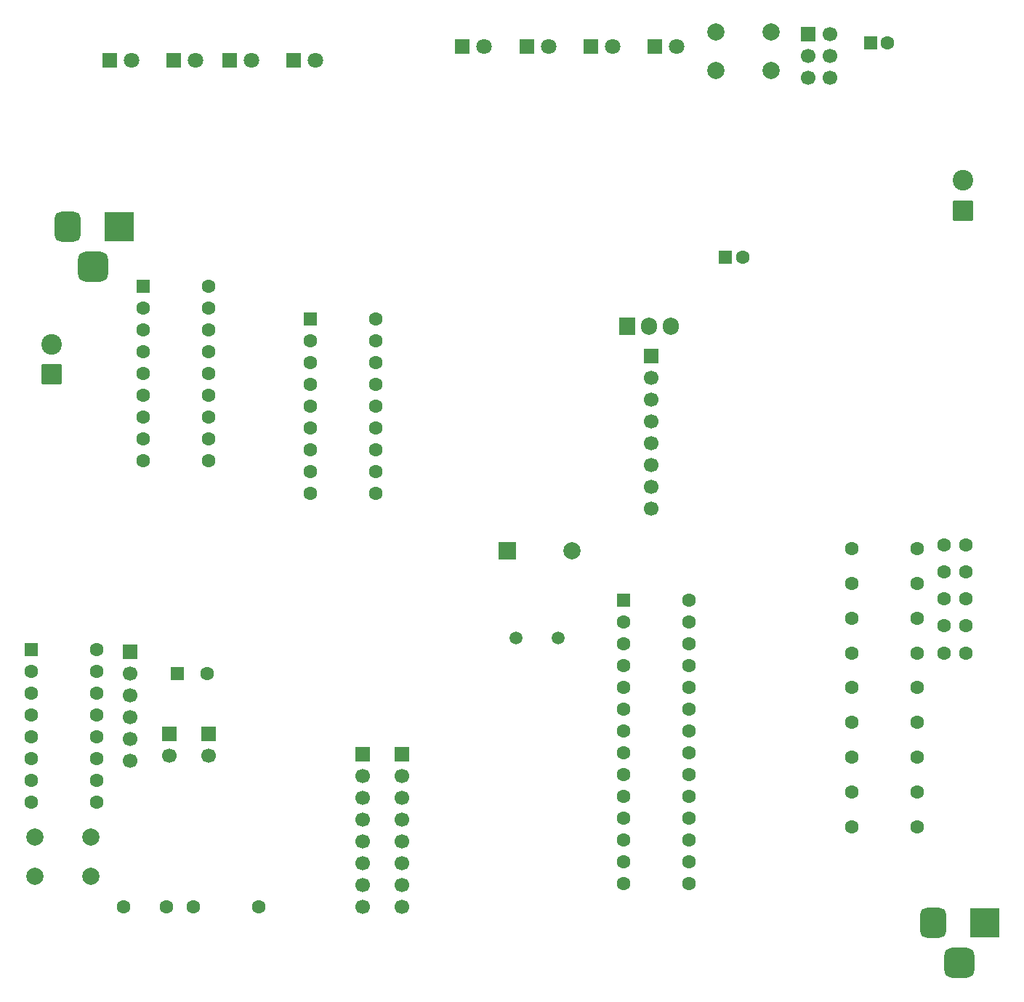
<source format=gbr>
%TF.GenerationSoftware,KiCad,Pcbnew,9.0.7*%
%TF.CreationDate,2026-02-28T21:15:57+05:30*%
%TF.ProjectId,IPD AVR (2),49504420-4156-4522-9028-32292e6b6963,rev?*%
%TF.SameCoordinates,Original*%
%TF.FileFunction,Soldermask,Top*%
%TF.FilePolarity,Negative*%
%FSLAX46Y46*%
G04 Gerber Fmt 4.6, Leading zero omitted, Abs format (unit mm)*
G04 Created by KiCad (PCBNEW 9.0.7) date 2026-02-28 21:15:57*
%MOMM*%
%LPD*%
G01*
G04 APERTURE LIST*
G04 Aperture macros list*
%AMRoundRect*
0 Rectangle with rounded corners*
0 $1 Rounding radius*
0 $2 $3 $4 $5 $6 $7 $8 $9 X,Y pos of 4 corners*
0 Add a 4 corners polygon primitive as box body*
4,1,4,$2,$3,$4,$5,$6,$7,$8,$9,$2,$3,0*
0 Add four circle primitives for the rounded corners*
1,1,$1+$1,$2,$3*
1,1,$1+$1,$4,$5*
1,1,$1+$1,$6,$7*
1,1,$1+$1,$8,$9*
0 Add four rect primitives between the rounded corners*
20,1,$1+$1,$2,$3,$4,$5,0*
20,1,$1+$1,$4,$5,$6,$7,0*
20,1,$1+$1,$6,$7,$8,$9,0*
20,1,$1+$1,$8,$9,$2,$3,0*%
G04 Aperture macros list end*
%ADD10R,1.905000X2.000000*%
%ADD11O,1.905000X2.000000*%
%ADD12R,1.700000X1.700000*%
%ADD13C,1.700000*%
%ADD14R,1.800000X1.800000*%
%ADD15C,1.800000*%
%ADD16C,1.600000*%
%ADD17RoundRect,0.250000X-0.550000X-0.550000X0.550000X-0.550000X0.550000X0.550000X-0.550000X0.550000X0*%
%ADD18C,1.500000*%
%ADD19RoundRect,0.250001X0.949999X-0.949999X0.949999X0.949999X-0.949999X0.949999X-0.949999X-0.949999X0*%
%ADD20C,2.400000*%
%ADD21R,2.000000X2.000000*%
%ADD22C,2.000000*%
%ADD23R,3.500000X3.500000*%
%ADD24RoundRect,0.750000X-0.750000X-1.000000X0.750000X-1.000000X0.750000X1.000000X-0.750000X1.000000X0*%
%ADD25RoundRect,0.875000X-0.875000X-0.875000X0.875000X-0.875000X0.875000X0.875000X-0.875000X0.875000X0*%
G04 APERTURE END LIST*
D10*
%TO.C,U1*%
X114880000Y-93450000D03*
D11*
X117420000Y-93450000D03*
X119960000Y-93450000D03*
%TD*%
D12*
%TO.C,J2*%
X135960000Y-59480000D03*
D13*
X138500000Y-59480000D03*
X135960000Y-62020000D03*
X138500000Y-62020000D03*
X135960000Y-64560000D03*
X138500000Y-64560000D03*
%TD*%
D14*
%TO.C,D6*%
X68500000Y-62500000D03*
D15*
X71040000Y-62500000D03*
%TD*%
D16*
%TO.C,R10*%
X64340000Y-161100000D03*
X71960000Y-161100000D03*
%TD*%
%TO.C,C4*%
X151770000Y-122100000D03*
X154270000Y-122100000D03*
%TD*%
D14*
%TO.C,D5*%
X110620000Y-60920000D03*
D15*
X113160000Y-60920000D03*
%TD*%
D14*
%TO.C,D8*%
X75980000Y-62500000D03*
D15*
X78520000Y-62500000D03*
%TD*%
D12*
%TO.C,J3*%
X84000000Y-143340000D03*
D13*
X84000000Y-145880000D03*
X84000000Y-148420000D03*
X84000000Y-150960000D03*
X84000000Y-153500000D03*
X84000000Y-156040000D03*
X84000000Y-158580000D03*
X84000000Y-161120000D03*
%TD*%
D16*
%TO.C,R8*%
X141000000Y-147750000D03*
X148620000Y-147750000D03*
%TD*%
D14*
%TO.C,D7*%
X118100000Y-60920000D03*
D15*
X120640000Y-60920000D03*
%TD*%
D17*
%TO.C,C8*%
X62424700Y-133930000D03*
D16*
X65924700Y-133930000D03*
%TD*%
D18*
%TO.C,Y1*%
X101910000Y-129800000D03*
X106790000Y-129800000D03*
%TD*%
D16*
%TO.C,R1*%
X141000000Y-119400000D03*
X148620000Y-119400000D03*
%TD*%
D14*
%TO.C,D4*%
X62040000Y-62500000D03*
D15*
X64580000Y-62500000D03*
%TD*%
D12*
%TO.C,J8*%
X56910000Y-131450000D03*
D13*
X56910000Y-133990000D03*
X56910000Y-136530000D03*
X56910000Y-139070000D03*
X56910000Y-141610000D03*
X56910000Y-144150000D03*
%TD*%
D14*
%TO.C,D1*%
X95660000Y-60920000D03*
D15*
X98200000Y-60920000D03*
%TD*%
D17*
%TO.C,U5*%
X45420000Y-131200000D03*
D16*
X45420000Y-133740000D03*
X45420000Y-136280000D03*
X45420000Y-138820000D03*
X45420000Y-141360000D03*
X45420000Y-143900000D03*
X45420000Y-146440000D03*
X45420000Y-148980000D03*
X53040000Y-148980000D03*
X53040000Y-146440000D03*
X53040000Y-143900000D03*
X53040000Y-141360000D03*
X53040000Y-138820000D03*
X53040000Y-136280000D03*
X53040000Y-133740000D03*
X53040000Y-131200000D03*
%TD*%
D19*
%TO.C,J4*%
X154000000Y-80000000D03*
D20*
X154000000Y-76500000D03*
%TD*%
D16*
%TO.C,C2*%
X151770000Y-118950000D03*
X154270000Y-118950000D03*
%TD*%
D17*
%TO.C,C3*%
X126289800Y-85410000D03*
D16*
X128289800Y-85410000D03*
%TD*%
D12*
%TO.C,J7*%
X117680000Y-96960000D03*
D13*
X117680000Y-99500000D03*
X117680000Y-102040000D03*
X117680000Y-104580000D03*
X117680000Y-107120000D03*
X117680000Y-109660000D03*
X117680000Y-112200000D03*
X117680000Y-114740000D03*
%TD*%
D12*
%TO.C,J10*%
X66090000Y-141000000D03*
D13*
X66090000Y-143540000D03*
%TD*%
D16*
%TO.C,C7*%
X151770000Y-131550000D03*
X154270000Y-131550000D03*
%TD*%
D19*
%TO.C,J5*%
X47790000Y-99120000D03*
D20*
X47790000Y-95620000D03*
%TD*%
D16*
%TO.C,R5*%
X141000000Y-135600000D03*
X148620000Y-135600000D03*
%TD*%
%TO.C,R4*%
X141000000Y-131550000D03*
X148620000Y-131550000D03*
%TD*%
D12*
%TO.C,J6*%
X88590000Y-143340000D03*
D13*
X88590000Y-145880000D03*
X88590000Y-148420000D03*
X88590000Y-150960000D03*
X88590000Y-153500000D03*
X88590000Y-156040000D03*
X88590000Y-158580000D03*
X88590000Y-161120000D03*
%TD*%
D16*
%TO.C,C5*%
X151770000Y-125250000D03*
X154270000Y-125250000D03*
%TD*%
D12*
%TO.C,J9*%
X61500000Y-141000000D03*
D13*
X61500000Y-143540000D03*
%TD*%
D16*
%TO.C,R7*%
X141000000Y-143700000D03*
X148620000Y-143700000D03*
%TD*%
D17*
%TO.C,U3*%
X77950000Y-92620000D03*
D16*
X77950000Y-95160000D03*
X77950000Y-97700000D03*
X77950000Y-100240000D03*
X77950000Y-102780000D03*
X77950000Y-105320000D03*
X77950000Y-107860000D03*
X77950000Y-110400000D03*
X77950000Y-112940000D03*
X85570000Y-112940000D03*
X85570000Y-110400000D03*
X85570000Y-107860000D03*
X85570000Y-105320000D03*
X85570000Y-102780000D03*
X85570000Y-100240000D03*
X85570000Y-97700000D03*
X85570000Y-95160000D03*
X85570000Y-92620000D03*
%TD*%
D21*
%TO.C,BZ1*%
X100850000Y-119670000D03*
D22*
X108450000Y-119670000D03*
%TD*%
D16*
%TO.C,R6*%
X141000000Y-139650000D03*
X148620000Y-139650000D03*
%TD*%
D17*
%TO.C,U4*%
X58500000Y-88860000D03*
D16*
X58500000Y-91400000D03*
X58500000Y-93940000D03*
X58500000Y-96480000D03*
X58500000Y-99020000D03*
X58500000Y-101560000D03*
X58500000Y-104100000D03*
X58500000Y-106640000D03*
X58500000Y-109180000D03*
X66120000Y-109180000D03*
X66120000Y-106640000D03*
X66120000Y-104100000D03*
X66120000Y-101560000D03*
X66120000Y-99020000D03*
X66120000Y-96480000D03*
X66120000Y-93940000D03*
X66120000Y-91400000D03*
X66120000Y-88860000D03*
%TD*%
D17*
%TO.C,U2*%
X114420000Y-125380000D03*
D16*
X114420000Y-127920000D03*
X114420000Y-130460000D03*
X114420000Y-133000000D03*
X114420000Y-135540000D03*
X114420000Y-138080000D03*
X114420000Y-140620000D03*
X114420000Y-143160000D03*
X114420000Y-145700000D03*
X114420000Y-148240000D03*
X114420000Y-150780000D03*
X114420000Y-153320000D03*
X114420000Y-155860000D03*
X114420000Y-158400000D03*
X122040000Y-158400000D03*
X122040000Y-155860000D03*
X122040000Y-153320000D03*
X122040000Y-150780000D03*
X122040000Y-148240000D03*
X122040000Y-145700000D03*
X122040000Y-143160000D03*
X122040000Y-140620000D03*
X122040000Y-138080000D03*
X122040000Y-135540000D03*
X122040000Y-133000000D03*
X122040000Y-130460000D03*
X122040000Y-127920000D03*
X122040000Y-125380000D03*
%TD*%
D23*
%TO.C,J1*%
X156500000Y-163000000D03*
D24*
X150500000Y-163000000D03*
D25*
X153500000Y-167700000D03*
%TD*%
D22*
%TO.C,SW2*%
X45860000Y-153050000D03*
X52360000Y-153050000D03*
X45860000Y-157550000D03*
X52360000Y-157550000D03*
%TD*%
D14*
%TO.C,D3*%
X103140000Y-60920000D03*
D15*
X105680000Y-60920000D03*
%TD*%
D16*
%TO.C,R2*%
X141000000Y-123450000D03*
X148620000Y-123450000D03*
%TD*%
D17*
%TO.C,C1*%
X143169800Y-60460000D03*
D16*
X145169800Y-60460000D03*
%TD*%
%TO.C,C6*%
X151770000Y-128400000D03*
X154270000Y-128400000D03*
%TD*%
D23*
%TO.C,J11*%
X55640000Y-81885000D03*
D24*
X49640000Y-81885000D03*
D25*
X52640000Y-86585000D03*
%TD*%
D16*
%TO.C,R9*%
X141000000Y-151800000D03*
X148620000Y-151800000D03*
%TD*%
%TO.C,R3*%
X141000000Y-127500000D03*
X148620000Y-127500000D03*
%TD*%
D14*
%TO.C,D2*%
X54560000Y-62500000D03*
D15*
X57100000Y-62500000D03*
%TD*%
D16*
%TO.C,C9*%
X56190000Y-161100000D03*
X61190000Y-161100000D03*
%TD*%
D22*
%TO.C,SW1*%
X125140000Y-59210000D03*
X131640000Y-59210000D03*
X125140000Y-63710000D03*
X131640000Y-63710000D03*
%TD*%
M02*

</source>
